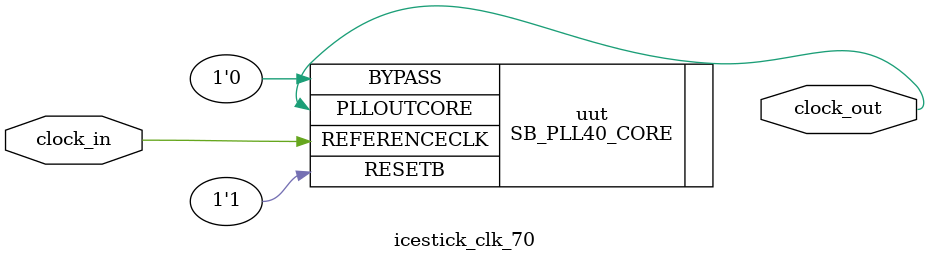
<source format=v>
module icestick_clk_70(     
  input  clock_in,
  output clock_out
);

  SB_PLL40_CORE #(.FEEDBACK_PATH("SIMPLE"),
                  .PLLOUT_SELECT("GENCLK"),
                  .DIVR(4'b0000),
                  .DIVF(7'b0101110), 
                  .DIVQ(3'b011),
                  .FILTER_RANGE(3'b001),
                 ) uut (
                         .REFERENCECLK(clock_in),
                         .PLLOUTCORE(clock_out),
                         .RESETB(1'b1),
                         .BYPASS(1'b0)
                        );

endmodule

</source>
